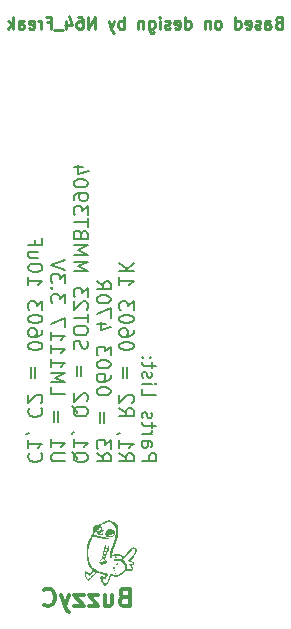
<source format=gbr>
%TF.GenerationSoftware,KiCad,Pcbnew,(6.0.7)*%
%TF.CreationDate,2023-01-08T15:22:18+11:00*%
%TF.ProjectId,Xbox_ATX,58626f78-5f41-4545-982e-6b696361645f,rev?*%
%TF.SameCoordinates,Original*%
%TF.FileFunction,Legend,Bot*%
%TF.FilePolarity,Positive*%
%FSLAX46Y46*%
G04 Gerber Fmt 4.6, Leading zero omitted, Abs format (unit mm)*
G04 Created by KiCad (PCBNEW (6.0.7)) date 2023-01-08 15:22:18*
%MOMM*%
%LPD*%
G01*
G04 APERTURE LIST*
%ADD10C,0.250000*%
%ADD11C,0.200000*%
%ADD12C,0.300000*%
G04 APERTURE END LIST*
D10*
X178838095Y-74128571D02*
X178695238Y-74176190D01*
X178647619Y-74223809D01*
X178600000Y-74319047D01*
X178600000Y-74461904D01*
X178647619Y-74557142D01*
X178695238Y-74604761D01*
X178790476Y-74652380D01*
X179171428Y-74652380D01*
X179171428Y-73652380D01*
X178838095Y-73652380D01*
X178742857Y-73700000D01*
X178695238Y-73747619D01*
X178647619Y-73842857D01*
X178647619Y-73938095D01*
X178695238Y-74033333D01*
X178742857Y-74080952D01*
X178838095Y-74128571D01*
X179171428Y-74128571D01*
X177742857Y-74652380D02*
X177742857Y-74128571D01*
X177790476Y-74033333D01*
X177885714Y-73985714D01*
X178076190Y-73985714D01*
X178171428Y-74033333D01*
X177742857Y-74604761D02*
X177838095Y-74652380D01*
X178076190Y-74652380D01*
X178171428Y-74604761D01*
X178219047Y-74509523D01*
X178219047Y-74414285D01*
X178171428Y-74319047D01*
X178076190Y-74271428D01*
X177838095Y-74271428D01*
X177742857Y-74223809D01*
X177314285Y-74604761D02*
X177219047Y-74652380D01*
X177028571Y-74652380D01*
X176933333Y-74604761D01*
X176885714Y-74509523D01*
X176885714Y-74461904D01*
X176933333Y-74366666D01*
X177028571Y-74319047D01*
X177171428Y-74319047D01*
X177266666Y-74271428D01*
X177314285Y-74176190D01*
X177314285Y-74128571D01*
X177266666Y-74033333D01*
X177171428Y-73985714D01*
X177028571Y-73985714D01*
X176933333Y-74033333D01*
X176076190Y-74604761D02*
X176171428Y-74652380D01*
X176361904Y-74652380D01*
X176457142Y-74604761D01*
X176504761Y-74509523D01*
X176504761Y-74128571D01*
X176457142Y-74033333D01*
X176361904Y-73985714D01*
X176171428Y-73985714D01*
X176076190Y-74033333D01*
X176028571Y-74128571D01*
X176028571Y-74223809D01*
X176504761Y-74319047D01*
X175171428Y-74652380D02*
X175171428Y-73652380D01*
X175171428Y-74604761D02*
X175266666Y-74652380D01*
X175457142Y-74652380D01*
X175552380Y-74604761D01*
X175600000Y-74557142D01*
X175647619Y-74461904D01*
X175647619Y-74176190D01*
X175600000Y-74080952D01*
X175552380Y-74033333D01*
X175457142Y-73985714D01*
X175266666Y-73985714D01*
X175171428Y-74033333D01*
X173790476Y-74652380D02*
X173885714Y-74604761D01*
X173933333Y-74557142D01*
X173980952Y-74461904D01*
X173980952Y-74176190D01*
X173933333Y-74080952D01*
X173885714Y-74033333D01*
X173790476Y-73985714D01*
X173647619Y-73985714D01*
X173552380Y-74033333D01*
X173504761Y-74080952D01*
X173457142Y-74176190D01*
X173457142Y-74461904D01*
X173504761Y-74557142D01*
X173552380Y-74604761D01*
X173647619Y-74652380D01*
X173790476Y-74652380D01*
X173028571Y-73985714D02*
X173028571Y-74652380D01*
X173028571Y-74080952D02*
X172980952Y-74033333D01*
X172885714Y-73985714D01*
X172742857Y-73985714D01*
X172647619Y-74033333D01*
X172600000Y-74128571D01*
X172600000Y-74652380D01*
X170933333Y-74652380D02*
X170933333Y-73652380D01*
X170933333Y-74604761D02*
X171028571Y-74652380D01*
X171219047Y-74652380D01*
X171314285Y-74604761D01*
X171361904Y-74557142D01*
X171409523Y-74461904D01*
X171409523Y-74176190D01*
X171361904Y-74080952D01*
X171314285Y-74033333D01*
X171219047Y-73985714D01*
X171028571Y-73985714D01*
X170933333Y-74033333D01*
X170076190Y-74604761D02*
X170171428Y-74652380D01*
X170361904Y-74652380D01*
X170457142Y-74604761D01*
X170504761Y-74509523D01*
X170504761Y-74128571D01*
X170457142Y-74033333D01*
X170361904Y-73985714D01*
X170171428Y-73985714D01*
X170076190Y-74033333D01*
X170028571Y-74128571D01*
X170028571Y-74223809D01*
X170504761Y-74319047D01*
X169647619Y-74604761D02*
X169552380Y-74652380D01*
X169361904Y-74652380D01*
X169266666Y-74604761D01*
X169219047Y-74509523D01*
X169219047Y-74461904D01*
X169266666Y-74366666D01*
X169361904Y-74319047D01*
X169504761Y-74319047D01*
X169600000Y-74271428D01*
X169647619Y-74176190D01*
X169647619Y-74128571D01*
X169600000Y-74033333D01*
X169504761Y-73985714D01*
X169361904Y-73985714D01*
X169266666Y-74033333D01*
X168790476Y-74652380D02*
X168790476Y-73985714D01*
X168790476Y-73652380D02*
X168838095Y-73700000D01*
X168790476Y-73747619D01*
X168742857Y-73700000D01*
X168790476Y-73652380D01*
X168790476Y-73747619D01*
X167885714Y-73985714D02*
X167885714Y-74795238D01*
X167933333Y-74890476D01*
X167980952Y-74938095D01*
X168076190Y-74985714D01*
X168219047Y-74985714D01*
X168314285Y-74938095D01*
X167885714Y-74604761D02*
X167980952Y-74652380D01*
X168171428Y-74652380D01*
X168266666Y-74604761D01*
X168314285Y-74557142D01*
X168361904Y-74461904D01*
X168361904Y-74176190D01*
X168314285Y-74080952D01*
X168266666Y-74033333D01*
X168171428Y-73985714D01*
X167980952Y-73985714D01*
X167885714Y-74033333D01*
X167409523Y-73985714D02*
X167409523Y-74652380D01*
X167409523Y-74080952D02*
X167361904Y-74033333D01*
X167266666Y-73985714D01*
X167123809Y-73985714D01*
X167028571Y-74033333D01*
X166980952Y-74128571D01*
X166980952Y-74652380D01*
X165742857Y-74652380D02*
X165742857Y-73652380D01*
X165742857Y-74033333D02*
X165647619Y-73985714D01*
X165457142Y-73985714D01*
X165361904Y-74033333D01*
X165314285Y-74080952D01*
X165266666Y-74176190D01*
X165266666Y-74461904D01*
X165314285Y-74557142D01*
X165361904Y-74604761D01*
X165457142Y-74652380D01*
X165647619Y-74652380D01*
X165742857Y-74604761D01*
X164933333Y-73985714D02*
X164695238Y-74652380D01*
X164457142Y-73985714D02*
X164695238Y-74652380D01*
X164790476Y-74890476D01*
X164838095Y-74938095D01*
X164933333Y-74985714D01*
X163314285Y-74652380D02*
X163314285Y-73652380D01*
X162742857Y-74652380D01*
X162742857Y-73652380D01*
X161838095Y-73652380D02*
X162028571Y-73652380D01*
X162123809Y-73700000D01*
X162171428Y-73747619D01*
X162266666Y-73890476D01*
X162314285Y-74080952D01*
X162314285Y-74461904D01*
X162266666Y-74557142D01*
X162219047Y-74604761D01*
X162123809Y-74652380D01*
X161933333Y-74652380D01*
X161838095Y-74604761D01*
X161790476Y-74557142D01*
X161742857Y-74461904D01*
X161742857Y-74223809D01*
X161790476Y-74128571D01*
X161838095Y-74080952D01*
X161933333Y-74033333D01*
X162123809Y-74033333D01*
X162219047Y-74080952D01*
X162266666Y-74128571D01*
X162314285Y-74223809D01*
X160885714Y-73985714D02*
X160885714Y-74652380D01*
X161123809Y-73604761D02*
X161361904Y-74319047D01*
X160742857Y-74319047D01*
X160600000Y-74747619D02*
X159838095Y-74747619D01*
X159266666Y-74128571D02*
X159600000Y-74128571D01*
X159600000Y-74652380D02*
X159600000Y-73652380D01*
X159123809Y-73652380D01*
X158742857Y-74652380D02*
X158742857Y-73985714D01*
X158742857Y-74176190D02*
X158695238Y-74080952D01*
X158647619Y-74033333D01*
X158552380Y-73985714D01*
X158457142Y-73985714D01*
X157742857Y-74604761D02*
X157838095Y-74652380D01*
X158028571Y-74652380D01*
X158123809Y-74604761D01*
X158171428Y-74509523D01*
X158171428Y-74128571D01*
X158123809Y-74033333D01*
X158028571Y-73985714D01*
X157838095Y-73985714D01*
X157742857Y-74033333D01*
X157695238Y-74128571D01*
X157695238Y-74223809D01*
X158171428Y-74319047D01*
X156838095Y-74652380D02*
X156838095Y-74128571D01*
X156885714Y-74033333D01*
X156980952Y-73985714D01*
X157171428Y-73985714D01*
X157266666Y-74033333D01*
X156838095Y-74604761D02*
X156933333Y-74652380D01*
X157171428Y-74652380D01*
X157266666Y-74604761D01*
X157314285Y-74509523D01*
X157314285Y-74414285D01*
X157266666Y-74319047D01*
X157171428Y-74271428D01*
X156933333Y-74271428D01*
X156838095Y-74223809D01*
X156361904Y-74652380D02*
X156361904Y-73652380D01*
X156266666Y-74271428D02*
X155980952Y-74652380D01*
X155980952Y-73985714D02*
X156361904Y-74366666D01*
D11*
X167304342Y-111293485D02*
X168504342Y-111293485D01*
X168504342Y-110836342D01*
X168447200Y-110722057D01*
X168390057Y-110664914D01*
X168275771Y-110607771D01*
X168104342Y-110607771D01*
X167990057Y-110664914D01*
X167932914Y-110722057D01*
X167875771Y-110836342D01*
X167875771Y-111293485D01*
X167304342Y-109579200D02*
X167932914Y-109579200D01*
X168047200Y-109636342D01*
X168104342Y-109750628D01*
X168104342Y-109979200D01*
X168047200Y-110093485D01*
X167361485Y-109579200D02*
X167304342Y-109693485D01*
X167304342Y-109979200D01*
X167361485Y-110093485D01*
X167475771Y-110150628D01*
X167590057Y-110150628D01*
X167704342Y-110093485D01*
X167761485Y-109979200D01*
X167761485Y-109693485D01*
X167818628Y-109579200D01*
X167304342Y-109007771D02*
X168104342Y-109007771D01*
X167875771Y-109007771D02*
X167990057Y-108950628D01*
X168047200Y-108893485D01*
X168104342Y-108779200D01*
X168104342Y-108664914D01*
X168104342Y-108436342D02*
X168104342Y-107979200D01*
X168504342Y-108264914D02*
X167475771Y-108264914D01*
X167361485Y-108207771D01*
X167304342Y-108093485D01*
X167304342Y-107979200D01*
X167361485Y-107636342D02*
X167304342Y-107522057D01*
X167304342Y-107293485D01*
X167361485Y-107179200D01*
X167475771Y-107122057D01*
X167532914Y-107122057D01*
X167647200Y-107179200D01*
X167704342Y-107293485D01*
X167704342Y-107464914D01*
X167761485Y-107579200D01*
X167875771Y-107636342D01*
X167932914Y-107636342D01*
X168047200Y-107579200D01*
X168104342Y-107464914D01*
X168104342Y-107293485D01*
X168047200Y-107179200D01*
X167304342Y-105122057D02*
X167304342Y-105693485D01*
X168504342Y-105693485D01*
X167304342Y-104722057D02*
X168104342Y-104722057D01*
X168504342Y-104722057D02*
X168447200Y-104779200D01*
X168390057Y-104722057D01*
X168447200Y-104664914D01*
X168504342Y-104722057D01*
X168390057Y-104722057D01*
X167361485Y-104207771D02*
X167304342Y-104093485D01*
X167304342Y-103864914D01*
X167361485Y-103750628D01*
X167475771Y-103693485D01*
X167532914Y-103693485D01*
X167647200Y-103750628D01*
X167704342Y-103864914D01*
X167704342Y-104036342D01*
X167761485Y-104150628D01*
X167875771Y-104207771D01*
X167932914Y-104207771D01*
X168047200Y-104150628D01*
X168104342Y-104036342D01*
X168104342Y-103864914D01*
X168047200Y-103750628D01*
X168104342Y-103350628D02*
X168104342Y-102893485D01*
X168504342Y-103179200D02*
X167475771Y-103179200D01*
X167361485Y-103122057D01*
X167304342Y-103007771D01*
X167304342Y-102893485D01*
X167418628Y-102493485D02*
X167361485Y-102436342D01*
X167304342Y-102493485D01*
X167361485Y-102550628D01*
X167418628Y-102493485D01*
X167304342Y-102493485D01*
X168047200Y-102493485D02*
X167990057Y-102436342D01*
X167932914Y-102493485D01*
X167990057Y-102550628D01*
X168047200Y-102493485D01*
X167932914Y-102493485D01*
X165372342Y-110607771D02*
X165943771Y-111007771D01*
X165372342Y-111293485D02*
X166572342Y-111293485D01*
X166572342Y-110836342D01*
X166515200Y-110722057D01*
X166458057Y-110664914D01*
X166343771Y-110607771D01*
X166172342Y-110607771D01*
X166058057Y-110664914D01*
X166000914Y-110722057D01*
X165943771Y-110836342D01*
X165943771Y-111293485D01*
X165372342Y-109464914D02*
X165372342Y-110150628D01*
X165372342Y-109807771D02*
X166572342Y-109807771D01*
X166400914Y-109922057D01*
X166286628Y-110036342D01*
X166229485Y-110150628D01*
X165429485Y-108893485D02*
X165372342Y-108893485D01*
X165258057Y-108950628D01*
X165200914Y-109007771D01*
X165372342Y-106779200D02*
X165943771Y-107179200D01*
X165372342Y-107464914D02*
X166572342Y-107464914D01*
X166572342Y-107007771D01*
X166515200Y-106893485D01*
X166458057Y-106836342D01*
X166343771Y-106779200D01*
X166172342Y-106779200D01*
X166058057Y-106836342D01*
X166000914Y-106893485D01*
X165943771Y-107007771D01*
X165943771Y-107464914D01*
X166458057Y-106322057D02*
X166515200Y-106264914D01*
X166572342Y-106150628D01*
X166572342Y-105864914D01*
X166515200Y-105750628D01*
X166458057Y-105693485D01*
X166343771Y-105636342D01*
X166229485Y-105636342D01*
X166058057Y-105693485D01*
X165372342Y-106379200D01*
X165372342Y-105636342D01*
X166000914Y-104207771D02*
X166000914Y-103293485D01*
X165658057Y-103293485D02*
X165658057Y-104207771D01*
X166572342Y-101579200D02*
X166572342Y-101464914D01*
X166515200Y-101350628D01*
X166458057Y-101293485D01*
X166343771Y-101236342D01*
X166115200Y-101179200D01*
X165829485Y-101179200D01*
X165600914Y-101236342D01*
X165486628Y-101293485D01*
X165429485Y-101350628D01*
X165372342Y-101464914D01*
X165372342Y-101579200D01*
X165429485Y-101693485D01*
X165486628Y-101750628D01*
X165600914Y-101807771D01*
X165829485Y-101864914D01*
X166115200Y-101864914D01*
X166343771Y-101807771D01*
X166458057Y-101750628D01*
X166515200Y-101693485D01*
X166572342Y-101579200D01*
X166572342Y-100150628D02*
X166572342Y-100379200D01*
X166515200Y-100493485D01*
X166458057Y-100550628D01*
X166286628Y-100664914D01*
X166058057Y-100722057D01*
X165600914Y-100722057D01*
X165486628Y-100664914D01*
X165429485Y-100607771D01*
X165372342Y-100493485D01*
X165372342Y-100264914D01*
X165429485Y-100150628D01*
X165486628Y-100093485D01*
X165600914Y-100036342D01*
X165886628Y-100036342D01*
X166000914Y-100093485D01*
X166058057Y-100150628D01*
X166115200Y-100264914D01*
X166115200Y-100493485D01*
X166058057Y-100607771D01*
X166000914Y-100664914D01*
X165886628Y-100722057D01*
X166572342Y-99293485D02*
X166572342Y-99179200D01*
X166515200Y-99064914D01*
X166458057Y-99007771D01*
X166343771Y-98950628D01*
X166115200Y-98893485D01*
X165829485Y-98893485D01*
X165600914Y-98950628D01*
X165486628Y-99007771D01*
X165429485Y-99064914D01*
X165372342Y-99179200D01*
X165372342Y-99293485D01*
X165429485Y-99407771D01*
X165486628Y-99464914D01*
X165600914Y-99522057D01*
X165829485Y-99579200D01*
X166115200Y-99579200D01*
X166343771Y-99522057D01*
X166458057Y-99464914D01*
X166515200Y-99407771D01*
X166572342Y-99293485D01*
X166572342Y-98493485D02*
X166572342Y-97750628D01*
X166115200Y-98150628D01*
X166115200Y-97979200D01*
X166058057Y-97864914D01*
X166000914Y-97807771D01*
X165886628Y-97750628D01*
X165600914Y-97750628D01*
X165486628Y-97807771D01*
X165429485Y-97864914D01*
X165372342Y-97979200D01*
X165372342Y-98322057D01*
X165429485Y-98436342D01*
X165486628Y-98493485D01*
X165372342Y-95693485D02*
X165372342Y-96379200D01*
X165372342Y-96036342D02*
X166572342Y-96036342D01*
X166400914Y-96150628D01*
X166286628Y-96264914D01*
X166229485Y-96379200D01*
X165372342Y-95179200D02*
X166572342Y-95179200D01*
X165372342Y-94493485D02*
X166058057Y-95007771D01*
X166572342Y-94493485D02*
X165886628Y-95179200D01*
X163440342Y-110607771D02*
X164011771Y-111007771D01*
X163440342Y-111293485D02*
X164640342Y-111293485D01*
X164640342Y-110836342D01*
X164583200Y-110722057D01*
X164526057Y-110664914D01*
X164411771Y-110607771D01*
X164240342Y-110607771D01*
X164126057Y-110664914D01*
X164068914Y-110722057D01*
X164011771Y-110836342D01*
X164011771Y-111293485D01*
X164640342Y-110207771D02*
X164640342Y-109464914D01*
X164183200Y-109864914D01*
X164183200Y-109693485D01*
X164126057Y-109579200D01*
X164068914Y-109522057D01*
X163954628Y-109464914D01*
X163668914Y-109464914D01*
X163554628Y-109522057D01*
X163497485Y-109579200D01*
X163440342Y-109693485D01*
X163440342Y-110036342D01*
X163497485Y-110150628D01*
X163554628Y-110207771D01*
X164068914Y-108036342D02*
X164068914Y-107122057D01*
X163726057Y-107122057D02*
X163726057Y-108036342D01*
X164640342Y-105407771D02*
X164640342Y-105293485D01*
X164583200Y-105179200D01*
X164526057Y-105122057D01*
X164411771Y-105064914D01*
X164183200Y-105007771D01*
X163897485Y-105007771D01*
X163668914Y-105064914D01*
X163554628Y-105122057D01*
X163497485Y-105179200D01*
X163440342Y-105293485D01*
X163440342Y-105407771D01*
X163497485Y-105522057D01*
X163554628Y-105579200D01*
X163668914Y-105636342D01*
X163897485Y-105693485D01*
X164183200Y-105693485D01*
X164411771Y-105636342D01*
X164526057Y-105579200D01*
X164583200Y-105522057D01*
X164640342Y-105407771D01*
X164640342Y-103979200D02*
X164640342Y-104207771D01*
X164583200Y-104322057D01*
X164526057Y-104379200D01*
X164354628Y-104493485D01*
X164126057Y-104550628D01*
X163668914Y-104550628D01*
X163554628Y-104493485D01*
X163497485Y-104436342D01*
X163440342Y-104322057D01*
X163440342Y-104093485D01*
X163497485Y-103979200D01*
X163554628Y-103922057D01*
X163668914Y-103864914D01*
X163954628Y-103864914D01*
X164068914Y-103922057D01*
X164126057Y-103979200D01*
X164183200Y-104093485D01*
X164183200Y-104322057D01*
X164126057Y-104436342D01*
X164068914Y-104493485D01*
X163954628Y-104550628D01*
X164640342Y-103122057D02*
X164640342Y-103007771D01*
X164583200Y-102893485D01*
X164526057Y-102836342D01*
X164411771Y-102779200D01*
X164183200Y-102722057D01*
X163897485Y-102722057D01*
X163668914Y-102779200D01*
X163554628Y-102836342D01*
X163497485Y-102893485D01*
X163440342Y-103007771D01*
X163440342Y-103122057D01*
X163497485Y-103236342D01*
X163554628Y-103293485D01*
X163668914Y-103350628D01*
X163897485Y-103407771D01*
X164183200Y-103407771D01*
X164411771Y-103350628D01*
X164526057Y-103293485D01*
X164583200Y-103236342D01*
X164640342Y-103122057D01*
X164640342Y-102322057D02*
X164640342Y-101579200D01*
X164183200Y-101979200D01*
X164183200Y-101807771D01*
X164126057Y-101693485D01*
X164068914Y-101636342D01*
X163954628Y-101579200D01*
X163668914Y-101579200D01*
X163554628Y-101636342D01*
X163497485Y-101693485D01*
X163440342Y-101807771D01*
X163440342Y-102150628D01*
X163497485Y-102264914D01*
X163554628Y-102322057D01*
X164240342Y-99636342D02*
X163440342Y-99636342D01*
X164697485Y-99922057D02*
X163840342Y-100207771D01*
X163840342Y-99464914D01*
X164640342Y-99122057D02*
X164640342Y-98322057D01*
X163440342Y-98836342D01*
X164640342Y-97636342D02*
X164640342Y-97522057D01*
X164583200Y-97407771D01*
X164526057Y-97350628D01*
X164411771Y-97293485D01*
X164183200Y-97236342D01*
X163897485Y-97236342D01*
X163668914Y-97293485D01*
X163554628Y-97350628D01*
X163497485Y-97407771D01*
X163440342Y-97522057D01*
X163440342Y-97636342D01*
X163497485Y-97750628D01*
X163554628Y-97807771D01*
X163668914Y-97864914D01*
X163897485Y-97922057D01*
X164183200Y-97922057D01*
X164411771Y-97864914D01*
X164526057Y-97807771D01*
X164583200Y-97750628D01*
X164640342Y-97636342D01*
X163440342Y-96036342D02*
X164011771Y-96436342D01*
X163440342Y-96722057D02*
X164640342Y-96722057D01*
X164640342Y-96264914D01*
X164583200Y-96150628D01*
X164526057Y-96093485D01*
X164411771Y-96036342D01*
X164240342Y-96036342D01*
X164126057Y-96093485D01*
X164068914Y-96150628D01*
X164011771Y-96264914D01*
X164011771Y-96722057D01*
X161394057Y-110493485D02*
X161451200Y-110607771D01*
X161565485Y-110722057D01*
X161736914Y-110893485D01*
X161794057Y-111007771D01*
X161794057Y-111122057D01*
X161508342Y-111064914D02*
X161565485Y-111179200D01*
X161679771Y-111293485D01*
X161908342Y-111350628D01*
X162308342Y-111350628D01*
X162536914Y-111293485D01*
X162651200Y-111179200D01*
X162708342Y-111064914D01*
X162708342Y-110836342D01*
X162651200Y-110722057D01*
X162536914Y-110607771D01*
X162308342Y-110550628D01*
X161908342Y-110550628D01*
X161679771Y-110607771D01*
X161565485Y-110722057D01*
X161508342Y-110836342D01*
X161508342Y-111064914D01*
X161508342Y-109407771D02*
X161508342Y-110093485D01*
X161508342Y-109750628D02*
X162708342Y-109750628D01*
X162536914Y-109864914D01*
X162422628Y-109979200D01*
X162365485Y-110093485D01*
X161565485Y-108836342D02*
X161508342Y-108836342D01*
X161394057Y-108893485D01*
X161336914Y-108950628D01*
X161394057Y-106607771D02*
X161451200Y-106722057D01*
X161565485Y-106836342D01*
X161736914Y-107007771D01*
X161794057Y-107122057D01*
X161794057Y-107236342D01*
X161508342Y-107179200D02*
X161565485Y-107293485D01*
X161679771Y-107407771D01*
X161908342Y-107464914D01*
X162308342Y-107464914D01*
X162536914Y-107407771D01*
X162651200Y-107293485D01*
X162708342Y-107179200D01*
X162708342Y-106950628D01*
X162651200Y-106836342D01*
X162536914Y-106722057D01*
X162308342Y-106664914D01*
X161908342Y-106664914D01*
X161679771Y-106722057D01*
X161565485Y-106836342D01*
X161508342Y-106950628D01*
X161508342Y-107179200D01*
X162594057Y-106207771D02*
X162651200Y-106150628D01*
X162708342Y-106036342D01*
X162708342Y-105750628D01*
X162651200Y-105636342D01*
X162594057Y-105579200D01*
X162479771Y-105522057D01*
X162365485Y-105522057D01*
X162194057Y-105579200D01*
X161508342Y-106264914D01*
X161508342Y-105522057D01*
X162136914Y-104093485D02*
X162136914Y-103179200D01*
X161794057Y-103179200D02*
X161794057Y-104093485D01*
X161565485Y-101750628D02*
X161508342Y-101579200D01*
X161508342Y-101293485D01*
X161565485Y-101179200D01*
X161622628Y-101122057D01*
X161736914Y-101064914D01*
X161851200Y-101064914D01*
X161965485Y-101122057D01*
X162022628Y-101179200D01*
X162079771Y-101293485D01*
X162136914Y-101522057D01*
X162194057Y-101636342D01*
X162251200Y-101693485D01*
X162365485Y-101750628D01*
X162479771Y-101750628D01*
X162594057Y-101693485D01*
X162651200Y-101636342D01*
X162708342Y-101522057D01*
X162708342Y-101236342D01*
X162651200Y-101064914D01*
X162708342Y-100322057D02*
X162708342Y-100093485D01*
X162651200Y-99979200D01*
X162536914Y-99864914D01*
X162308342Y-99807771D01*
X161908342Y-99807771D01*
X161679771Y-99864914D01*
X161565485Y-99979200D01*
X161508342Y-100093485D01*
X161508342Y-100322057D01*
X161565485Y-100436342D01*
X161679771Y-100550628D01*
X161908342Y-100607771D01*
X162308342Y-100607771D01*
X162536914Y-100550628D01*
X162651200Y-100436342D01*
X162708342Y-100322057D01*
X162708342Y-99464914D02*
X162708342Y-98779200D01*
X161508342Y-99122057D02*
X162708342Y-99122057D01*
X162594057Y-98436342D02*
X162651200Y-98379200D01*
X162708342Y-98264914D01*
X162708342Y-97979200D01*
X162651200Y-97864914D01*
X162594057Y-97807771D01*
X162479771Y-97750628D01*
X162365485Y-97750628D01*
X162194057Y-97807771D01*
X161508342Y-98493485D01*
X161508342Y-97750628D01*
X162708342Y-97350628D02*
X162708342Y-96607771D01*
X162251200Y-97007771D01*
X162251200Y-96836342D01*
X162194057Y-96722057D01*
X162136914Y-96664914D01*
X162022628Y-96607771D01*
X161736914Y-96607771D01*
X161622628Y-96664914D01*
X161565485Y-96722057D01*
X161508342Y-96836342D01*
X161508342Y-97179200D01*
X161565485Y-97293485D01*
X161622628Y-97350628D01*
X161508342Y-95179200D02*
X162708342Y-95179200D01*
X161851200Y-94779200D01*
X162708342Y-94379200D01*
X161508342Y-94379200D01*
X161508342Y-93807771D02*
X162708342Y-93807771D01*
X161851200Y-93407771D01*
X162708342Y-93007771D01*
X161508342Y-93007771D01*
X162136914Y-92036342D02*
X162079771Y-91864914D01*
X162022628Y-91807771D01*
X161908342Y-91750628D01*
X161736914Y-91750628D01*
X161622628Y-91807771D01*
X161565485Y-91864914D01*
X161508342Y-91979200D01*
X161508342Y-92436342D01*
X162708342Y-92436342D01*
X162708342Y-92036342D01*
X162651200Y-91922057D01*
X162594057Y-91864914D01*
X162479771Y-91807771D01*
X162365485Y-91807771D01*
X162251200Y-91864914D01*
X162194057Y-91922057D01*
X162136914Y-92036342D01*
X162136914Y-92436342D01*
X162708342Y-91407771D02*
X162708342Y-90722057D01*
X161508342Y-91064914D02*
X162708342Y-91064914D01*
X162708342Y-90436342D02*
X162708342Y-89693485D01*
X162251200Y-90093485D01*
X162251200Y-89922057D01*
X162194057Y-89807771D01*
X162136914Y-89750628D01*
X162022628Y-89693485D01*
X161736914Y-89693485D01*
X161622628Y-89750628D01*
X161565485Y-89807771D01*
X161508342Y-89922057D01*
X161508342Y-90264914D01*
X161565485Y-90379200D01*
X161622628Y-90436342D01*
X161508342Y-89122057D02*
X161508342Y-88893485D01*
X161565485Y-88779200D01*
X161622628Y-88722057D01*
X161794057Y-88607771D01*
X162022628Y-88550628D01*
X162479771Y-88550628D01*
X162594057Y-88607771D01*
X162651200Y-88664914D01*
X162708342Y-88779200D01*
X162708342Y-89007771D01*
X162651200Y-89122057D01*
X162594057Y-89179200D01*
X162479771Y-89236342D01*
X162194057Y-89236342D01*
X162079771Y-89179200D01*
X162022628Y-89122057D01*
X161965485Y-89007771D01*
X161965485Y-88779200D01*
X162022628Y-88664914D01*
X162079771Y-88607771D01*
X162194057Y-88550628D01*
X162708342Y-87807771D02*
X162708342Y-87693485D01*
X162651200Y-87579200D01*
X162594057Y-87522057D01*
X162479771Y-87464914D01*
X162251200Y-87407771D01*
X161965485Y-87407771D01*
X161736914Y-87464914D01*
X161622628Y-87522057D01*
X161565485Y-87579200D01*
X161508342Y-87693485D01*
X161508342Y-87807771D01*
X161565485Y-87922057D01*
X161622628Y-87979200D01*
X161736914Y-88036342D01*
X161965485Y-88093485D01*
X162251200Y-88093485D01*
X162479771Y-88036342D01*
X162594057Y-87979200D01*
X162651200Y-87922057D01*
X162708342Y-87807771D01*
X162308342Y-86379200D02*
X161508342Y-86379200D01*
X162765485Y-86664914D02*
X161908342Y-86950628D01*
X161908342Y-86207771D01*
X160776342Y-111293485D02*
X159804914Y-111293485D01*
X159690628Y-111236342D01*
X159633485Y-111179200D01*
X159576342Y-111064914D01*
X159576342Y-110836342D01*
X159633485Y-110722057D01*
X159690628Y-110664914D01*
X159804914Y-110607771D01*
X160776342Y-110607771D01*
X159576342Y-109407771D02*
X159576342Y-110093485D01*
X159576342Y-109750628D02*
X160776342Y-109750628D01*
X160604914Y-109864914D01*
X160490628Y-109979200D01*
X160433485Y-110093485D01*
X160204914Y-107979200D02*
X160204914Y-107064914D01*
X159862057Y-107064914D02*
X159862057Y-107979200D01*
X159576342Y-105007771D02*
X159576342Y-105579200D01*
X160776342Y-105579200D01*
X159576342Y-104607771D02*
X160776342Y-104607771D01*
X159919200Y-104207771D01*
X160776342Y-103807771D01*
X159576342Y-103807771D01*
X159576342Y-102607771D02*
X159576342Y-103293485D01*
X159576342Y-102950628D02*
X160776342Y-102950628D01*
X160604914Y-103064914D01*
X160490628Y-103179200D01*
X160433485Y-103293485D01*
X159576342Y-101464914D02*
X159576342Y-102150628D01*
X159576342Y-101807771D02*
X160776342Y-101807771D01*
X160604914Y-101922057D01*
X160490628Y-102036342D01*
X160433485Y-102150628D01*
X159576342Y-100322057D02*
X159576342Y-101007771D01*
X159576342Y-100664914D02*
X160776342Y-100664914D01*
X160604914Y-100779200D01*
X160490628Y-100893485D01*
X160433485Y-101007771D01*
X160776342Y-99922057D02*
X160776342Y-99122057D01*
X159576342Y-99636342D01*
X160776342Y-97864914D02*
X160776342Y-97122057D01*
X160319200Y-97522057D01*
X160319200Y-97350628D01*
X160262057Y-97236342D01*
X160204914Y-97179200D01*
X160090628Y-97122057D01*
X159804914Y-97122057D01*
X159690628Y-97179200D01*
X159633485Y-97236342D01*
X159576342Y-97350628D01*
X159576342Y-97693485D01*
X159633485Y-97807771D01*
X159690628Y-97864914D01*
X159690628Y-96607771D02*
X159633485Y-96550628D01*
X159576342Y-96607771D01*
X159633485Y-96664914D01*
X159690628Y-96607771D01*
X159576342Y-96607771D01*
X160776342Y-96150628D02*
X160776342Y-95407771D01*
X160319200Y-95807771D01*
X160319200Y-95636342D01*
X160262057Y-95522057D01*
X160204914Y-95464914D01*
X160090628Y-95407771D01*
X159804914Y-95407771D01*
X159690628Y-95464914D01*
X159633485Y-95522057D01*
X159576342Y-95636342D01*
X159576342Y-95979200D01*
X159633485Y-96093485D01*
X159690628Y-96150628D01*
X160776342Y-95064914D02*
X159576342Y-94664914D01*
X160776342Y-94264914D01*
X157758628Y-110607771D02*
X157701485Y-110664914D01*
X157644342Y-110836342D01*
X157644342Y-110950628D01*
X157701485Y-111122057D01*
X157815771Y-111236342D01*
X157930057Y-111293485D01*
X158158628Y-111350628D01*
X158330057Y-111350628D01*
X158558628Y-111293485D01*
X158672914Y-111236342D01*
X158787200Y-111122057D01*
X158844342Y-110950628D01*
X158844342Y-110836342D01*
X158787200Y-110664914D01*
X158730057Y-110607771D01*
X157644342Y-109464914D02*
X157644342Y-110150628D01*
X157644342Y-109807771D02*
X158844342Y-109807771D01*
X158672914Y-109922057D01*
X158558628Y-110036342D01*
X158501485Y-110150628D01*
X157701485Y-108893485D02*
X157644342Y-108893485D01*
X157530057Y-108950628D01*
X157472914Y-109007771D01*
X157758628Y-106779200D02*
X157701485Y-106836342D01*
X157644342Y-107007771D01*
X157644342Y-107122057D01*
X157701485Y-107293485D01*
X157815771Y-107407771D01*
X157930057Y-107464914D01*
X158158628Y-107522057D01*
X158330057Y-107522057D01*
X158558628Y-107464914D01*
X158672914Y-107407771D01*
X158787200Y-107293485D01*
X158844342Y-107122057D01*
X158844342Y-107007771D01*
X158787200Y-106836342D01*
X158730057Y-106779200D01*
X158730057Y-106322057D02*
X158787200Y-106264914D01*
X158844342Y-106150628D01*
X158844342Y-105864914D01*
X158787200Y-105750628D01*
X158730057Y-105693485D01*
X158615771Y-105636342D01*
X158501485Y-105636342D01*
X158330057Y-105693485D01*
X157644342Y-106379200D01*
X157644342Y-105636342D01*
X158272914Y-104207771D02*
X158272914Y-103293485D01*
X157930057Y-103293485D02*
X157930057Y-104207771D01*
X158844342Y-101579200D02*
X158844342Y-101464914D01*
X158787200Y-101350628D01*
X158730057Y-101293485D01*
X158615771Y-101236342D01*
X158387200Y-101179200D01*
X158101485Y-101179200D01*
X157872914Y-101236342D01*
X157758628Y-101293485D01*
X157701485Y-101350628D01*
X157644342Y-101464914D01*
X157644342Y-101579200D01*
X157701485Y-101693485D01*
X157758628Y-101750628D01*
X157872914Y-101807771D01*
X158101485Y-101864914D01*
X158387200Y-101864914D01*
X158615771Y-101807771D01*
X158730057Y-101750628D01*
X158787200Y-101693485D01*
X158844342Y-101579200D01*
X158844342Y-100150628D02*
X158844342Y-100379200D01*
X158787200Y-100493485D01*
X158730057Y-100550628D01*
X158558628Y-100664914D01*
X158330057Y-100722057D01*
X157872914Y-100722057D01*
X157758628Y-100664914D01*
X157701485Y-100607771D01*
X157644342Y-100493485D01*
X157644342Y-100264914D01*
X157701485Y-100150628D01*
X157758628Y-100093485D01*
X157872914Y-100036342D01*
X158158628Y-100036342D01*
X158272914Y-100093485D01*
X158330057Y-100150628D01*
X158387200Y-100264914D01*
X158387200Y-100493485D01*
X158330057Y-100607771D01*
X158272914Y-100664914D01*
X158158628Y-100722057D01*
X158844342Y-99293485D02*
X158844342Y-99179200D01*
X158787200Y-99064914D01*
X158730057Y-99007771D01*
X158615771Y-98950628D01*
X158387200Y-98893485D01*
X158101485Y-98893485D01*
X157872914Y-98950628D01*
X157758628Y-99007771D01*
X157701485Y-99064914D01*
X157644342Y-99179200D01*
X157644342Y-99293485D01*
X157701485Y-99407771D01*
X157758628Y-99464914D01*
X157872914Y-99522057D01*
X158101485Y-99579200D01*
X158387200Y-99579200D01*
X158615771Y-99522057D01*
X158730057Y-99464914D01*
X158787200Y-99407771D01*
X158844342Y-99293485D01*
X158844342Y-98493485D02*
X158844342Y-97750628D01*
X158387200Y-98150628D01*
X158387200Y-97979200D01*
X158330057Y-97864914D01*
X158272914Y-97807771D01*
X158158628Y-97750628D01*
X157872914Y-97750628D01*
X157758628Y-97807771D01*
X157701485Y-97864914D01*
X157644342Y-97979200D01*
X157644342Y-98322057D01*
X157701485Y-98436342D01*
X157758628Y-98493485D01*
X157644342Y-95693485D02*
X157644342Y-96379200D01*
X157644342Y-96036342D02*
X158844342Y-96036342D01*
X158672914Y-96150628D01*
X158558628Y-96264914D01*
X158501485Y-96379200D01*
X158844342Y-94950628D02*
X158844342Y-94836342D01*
X158787200Y-94722057D01*
X158730057Y-94664914D01*
X158615771Y-94607771D01*
X158387200Y-94550628D01*
X158101485Y-94550628D01*
X157872914Y-94607771D01*
X157758628Y-94664914D01*
X157701485Y-94722057D01*
X157644342Y-94836342D01*
X157644342Y-94950628D01*
X157701485Y-95064914D01*
X157758628Y-95122057D01*
X157872914Y-95179200D01*
X158101485Y-95236342D01*
X158387200Y-95236342D01*
X158615771Y-95179200D01*
X158730057Y-95122057D01*
X158787200Y-95064914D01*
X158844342Y-94950628D01*
X158444342Y-93522057D02*
X157644342Y-93522057D01*
X158444342Y-94036342D02*
X157815771Y-94036342D01*
X157701485Y-93979200D01*
X157644342Y-93864914D01*
X157644342Y-93693485D01*
X157701485Y-93579200D01*
X157758628Y-93522057D01*
X158272914Y-92550628D02*
X158272914Y-92950628D01*
X157644342Y-92950628D02*
X158844342Y-92950628D01*
X158844342Y-92379200D01*
D12*
X165768742Y-122778057D02*
X165554457Y-122849485D01*
X165483028Y-122920914D01*
X165411600Y-123063771D01*
X165411600Y-123278057D01*
X165483028Y-123420914D01*
X165554457Y-123492342D01*
X165697314Y-123563771D01*
X166268742Y-123563771D01*
X166268742Y-122063771D01*
X165768742Y-122063771D01*
X165625885Y-122135200D01*
X165554457Y-122206628D01*
X165483028Y-122349485D01*
X165483028Y-122492342D01*
X165554457Y-122635200D01*
X165625885Y-122706628D01*
X165768742Y-122778057D01*
X166268742Y-122778057D01*
X164125885Y-122563771D02*
X164125885Y-123563771D01*
X164768742Y-122563771D02*
X164768742Y-123349485D01*
X164697314Y-123492342D01*
X164554457Y-123563771D01*
X164340171Y-123563771D01*
X164197314Y-123492342D01*
X164125885Y-123420914D01*
X163554457Y-122563771D02*
X162768742Y-122563771D01*
X163554457Y-123563771D01*
X162768742Y-123563771D01*
X162340171Y-122563771D02*
X161554457Y-122563771D01*
X162340171Y-123563771D01*
X161554457Y-123563771D01*
X161125885Y-122563771D02*
X160768742Y-123563771D01*
X160411600Y-122563771D02*
X160768742Y-123563771D01*
X160911600Y-123920914D01*
X160983028Y-123992342D01*
X161125885Y-124063771D01*
X158983028Y-123420914D02*
X159054457Y-123492342D01*
X159268742Y-123563771D01*
X159411600Y-123563771D01*
X159625885Y-123492342D01*
X159768742Y-123349485D01*
X159840171Y-123206628D01*
X159911600Y-122920914D01*
X159911600Y-122706628D01*
X159840171Y-122420914D01*
X159768742Y-122278057D01*
X159625885Y-122135200D01*
X159411600Y-122063771D01*
X159268742Y-122063771D01*
X159054457Y-122135200D01*
X158983028Y-122206628D01*
%TO.C,G\u002A\u002A\u002A*%
G36*
X164163727Y-117471840D02*
G01*
X164167774Y-117428597D01*
X164172763Y-117404118D01*
X164206853Y-117289748D01*
X164255259Y-117188978D01*
X164314218Y-117107867D01*
X164379965Y-117052474D01*
X164396748Y-117043484D01*
X164473641Y-117022063D01*
X164568070Y-117018281D01*
X164670419Y-117030438D01*
X164771074Y-117056838D01*
X164860418Y-117095781D01*
X164918133Y-117135564D01*
X164984849Y-117210070D01*
X165019337Y-117289062D01*
X165021717Y-117374032D01*
X164992107Y-117466470D01*
X164950432Y-117539417D01*
X164875048Y-117631616D01*
X164791929Y-117691824D01*
X164699697Y-117720774D01*
X164608666Y-117720822D01*
X164462712Y-117695646D01*
X164347287Y-117660072D01*
X164261080Y-117613553D01*
X164202775Y-117555545D01*
X164199625Y-117550919D01*
X164196789Y-117546184D01*
X164449944Y-117546184D01*
X164475635Y-117560861D01*
X164525863Y-117578363D01*
X164567353Y-117589654D01*
X164679462Y-117608780D01*
X164768407Y-117604262D01*
X164834036Y-117576120D01*
X164855762Y-117555936D01*
X164879691Y-117522213D01*
X164889742Y-117486157D01*
X164889274Y-117433876D01*
X164888304Y-117421330D01*
X164877960Y-117365145D01*
X164857668Y-117300611D01*
X164831335Y-117236605D01*
X164802869Y-117182007D01*
X164776179Y-117145694D01*
X164762931Y-117136470D01*
X164752541Y-117140717D01*
X164748319Y-117165706D01*
X164749831Y-117216313D01*
X164752617Y-117252907D01*
X164757295Y-117316882D01*
X164756424Y-117358211D01*
X164747629Y-117387431D01*
X164728536Y-117415076D01*
X164711653Y-117434718D01*
X164642842Y-117489694D01*
X164556101Y-117523584D01*
X164482566Y-117532333D01*
X164451387Y-117536089D01*
X164449944Y-117546184D01*
X164196789Y-117546184D01*
X164173314Y-117506988D01*
X164163727Y-117471840D01*
G37*
G36*
X164972404Y-120465598D02*
G01*
X164998712Y-120484036D01*
X165027429Y-120511527D01*
X165030356Y-120532389D01*
X165023919Y-120542369D01*
X164994568Y-120558778D01*
X164952305Y-120565650D01*
X164914544Y-120561227D01*
X164903111Y-120554555D01*
X164894969Y-120531243D01*
X164892000Y-120496222D01*
X164901815Y-120459337D01*
X164929499Y-120449028D01*
X164972404Y-120465598D01*
G37*
G36*
X162437733Y-120593378D02*
G01*
X162453501Y-120550609D01*
X162468466Y-120537797D01*
X162511612Y-120538269D01*
X162570933Y-120566803D01*
X162646748Y-120623597D01*
X162724218Y-120694061D01*
X162777828Y-120743644D01*
X162823815Y-120782115D01*
X162856426Y-120804897D01*
X162868638Y-120808935D01*
X162887372Y-120791922D01*
X162918982Y-120753506D01*
X162958566Y-120700483D01*
X163001219Y-120639646D01*
X163042041Y-120577789D01*
X163076127Y-120521706D01*
X163076962Y-120520241D01*
X163117000Y-120449816D01*
X163075333Y-120421814D01*
X163024017Y-120380695D01*
X162962432Y-120321762D01*
X162899441Y-120254497D01*
X162843904Y-120188385D01*
X162804684Y-120132907D01*
X162803527Y-120130953D01*
X162783231Y-120087008D01*
X162758355Y-120019051D01*
X162731740Y-119935569D01*
X162706224Y-119845048D01*
X162700632Y-119823426D01*
X162668062Y-119677566D01*
X162643431Y-119525489D01*
X162626364Y-119362093D01*
X162616487Y-119182279D01*
X162615040Y-119087082D01*
X162746944Y-119087082D01*
X162758659Y-119299410D01*
X162784493Y-119503832D01*
X162823461Y-119693194D01*
X162874580Y-119860343D01*
X162892125Y-119905056D01*
X162968074Y-120057825D01*
X163062488Y-120192307D01*
X163178912Y-120312073D01*
X163320895Y-120420692D01*
X163491983Y-120521735D01*
X163518423Y-120535460D01*
X163621884Y-120585425D01*
X163721528Y-120626422D01*
X163826908Y-120661694D01*
X163947578Y-120694486D01*
X164072168Y-120723462D01*
X164197139Y-120753356D01*
X164291076Y-120781435D01*
X164356164Y-120808632D01*
X164394588Y-120835884D01*
X164408533Y-120864123D01*
X164408666Y-120867322D01*
X164398938Y-120904831D01*
X164375045Y-120949031D01*
X164370246Y-120955760D01*
X164339460Y-121000761D01*
X164303471Y-121058451D01*
X164284658Y-121090666D01*
X164235264Y-121170610D01*
X164191491Y-121221279D01*
X164148085Y-121244908D01*
X164099790Y-121243733D01*
X164041351Y-121219986D01*
X164015048Y-121205308D01*
X163971716Y-121182009D01*
X163941291Y-121169549D01*
X163932949Y-121169161D01*
X163933533Y-121188803D01*
X163944756Y-121231311D01*
X163963850Y-121289034D01*
X163988048Y-121354318D01*
X164014580Y-121419512D01*
X164040679Y-121476965D01*
X164052899Y-121500759D01*
X164089629Y-121558563D01*
X164130081Y-121607303D01*
X164167478Y-121639710D01*
X164191129Y-121649000D01*
X164208888Y-121638041D01*
X164238569Y-121610920D01*
X164246123Y-121603166D01*
X164281984Y-121554877D01*
X164324758Y-121479737D01*
X164372026Y-121382895D01*
X164421371Y-121269501D01*
X164470375Y-121144705D01*
X164500190Y-121061961D01*
X164529410Y-120978015D01*
X164553616Y-120917935D01*
X164578718Y-120878578D01*
X164610629Y-120856801D01*
X164655261Y-120849461D01*
X164718526Y-120853415D01*
X164806335Y-120865521D01*
X164855893Y-120872858D01*
X164981539Y-120889487D01*
X165081216Y-120897881D01*
X165161334Y-120897730D01*
X165228299Y-120888724D01*
X165288521Y-120870554D01*
X165335171Y-120849703D01*
X165386250Y-120820129D01*
X165454365Y-120775097D01*
X165530963Y-120720512D01*
X165607493Y-120662282D01*
X165614262Y-120656925D01*
X165705233Y-120581927D01*
X165771460Y-120519031D01*
X165816295Y-120462400D01*
X165843087Y-120406198D01*
X165855189Y-120344588D01*
X165855951Y-120271735D01*
X165853938Y-120239533D01*
X165828968Y-120103717D01*
X165777273Y-119981470D01*
X165701642Y-119877029D01*
X165604863Y-119794629D01*
X165536132Y-119756771D01*
X165449483Y-119726910D01*
X165341933Y-119703818D01*
X165225535Y-119689236D01*
X165112342Y-119684902D01*
X165056256Y-119687481D01*
X164965138Y-119689505D01*
X164894746Y-119679415D01*
X164849341Y-119658132D01*
X164835623Y-119639756D01*
X164835689Y-119620841D01*
X164854071Y-119603456D01*
X164894688Y-119585757D01*
X164918750Y-119578602D01*
X165642260Y-119578602D01*
X165656935Y-119601340D01*
X165692136Y-119624070D01*
X165755309Y-119667421D01*
X165824587Y-119732115D01*
X165892020Y-119809274D01*
X165949653Y-119890016D01*
X165981464Y-119947160D01*
X166006016Y-120001993D01*
X166021408Y-120047986D01*
X166029743Y-120096261D01*
X166033121Y-120157940D01*
X166033666Y-120223456D01*
X166033666Y-120389578D01*
X166100333Y-120410552D01*
X166168923Y-120424331D01*
X166244159Y-120427377D01*
X166315105Y-120420419D01*
X166370822Y-120404180D01*
X166391375Y-120391231D01*
X166419929Y-120348230D01*
X166421258Y-120294371D01*
X166394853Y-120228353D01*
X166340204Y-120148874D01*
X166261257Y-120059292D01*
X166221965Y-120016942D01*
X166204421Y-119993863D01*
X166206555Y-119986008D01*
X166225333Y-119989070D01*
X166266319Y-119997497D01*
X166323647Y-120006375D01*
X166354749Y-120010301D01*
X166429741Y-120009634D01*
X166480624Y-119988283D01*
X166505971Y-119947064D01*
X166508666Y-119922626D01*
X166493969Y-119882287D01*
X166457011Y-119845556D01*
X166408492Y-119821016D01*
X166375324Y-119815666D01*
X166338322Y-119808687D01*
X166287107Y-119790437D01*
X166229679Y-119764947D01*
X166174036Y-119736249D01*
X166128177Y-119708374D01*
X166100101Y-119685355D01*
X166095254Y-119674507D01*
X166107936Y-119656586D01*
X166140428Y-119618779D01*
X166189184Y-119564983D01*
X166250655Y-119499094D01*
X166321296Y-119425009D01*
X166340342Y-119405283D01*
X166446029Y-119294406D01*
X166529762Y-119202290D01*
X166594281Y-119125302D01*
X166642325Y-119059813D01*
X166676634Y-119002190D01*
X166699948Y-118948804D01*
X166710496Y-118914682D01*
X166720231Y-118832358D01*
X166705982Y-118761138D01*
X166670728Y-118706308D01*
X166617448Y-118673151D01*
X166570117Y-118665666D01*
X166536148Y-118669065D01*
X166509242Y-118683653D01*
X166480725Y-118716016D01*
X166454898Y-118753166D01*
X166387649Y-118844014D01*
X166297546Y-118950619D01*
X166188460Y-119068815D01*
X166064264Y-119194439D01*
X165928830Y-119323326D01*
X165900877Y-119349000D01*
X165827826Y-119415257D01*
X165762784Y-119473425D01*
X165709902Y-119519857D01*
X165673332Y-119550906D01*
X165657343Y-119562888D01*
X165642260Y-119578602D01*
X164918750Y-119578602D01*
X164961454Y-119565904D01*
X165028372Y-119549133D01*
X165187599Y-119521399D01*
X165335194Y-119518656D01*
X165443356Y-119532590D01*
X165495591Y-119541352D01*
X165528475Y-119540027D01*
X165555366Y-119524959D01*
X165589554Y-119492557D01*
X165646511Y-119435599D01*
X165577445Y-119391999D01*
X165433854Y-119320712D01*
X165277333Y-119278581D01*
X165112302Y-119266299D01*
X164943180Y-119284559D01*
X164921629Y-119289100D01*
X164840936Y-119309265D01*
X164787617Y-119329190D01*
X164755913Y-119352293D01*
X164740063Y-119381992D01*
X164736483Y-119399000D01*
X164727930Y-119426363D01*
X164706293Y-119438222D01*
X164665339Y-119440666D01*
X164600333Y-119440666D01*
X164591443Y-119024000D01*
X164708872Y-118682333D01*
X164802073Y-118403170D01*
X164890025Y-118124025D01*
X164969770Y-117854605D01*
X165038349Y-117604620D01*
X165044150Y-117582333D01*
X165069055Y-117480582D01*
X165085215Y-117397302D01*
X165094436Y-117319345D01*
X165098521Y-117233561D01*
X165099218Y-117180942D01*
X165100333Y-116987884D01*
X165018654Y-116823176D01*
X164939817Y-116683827D01*
X164855865Y-116575967D01*
X164764520Y-116498823D01*
X164663506Y-116451622D01*
X164550543Y-116433589D01*
X164423355Y-116443951D01*
X164279664Y-116481934D01*
X164155418Y-116529913D01*
X164073364Y-116565768D01*
X163995409Y-116600927D01*
X163930537Y-116631274D01*
X163888751Y-116652140D01*
X163846003Y-116675074D01*
X163817363Y-116690405D01*
X163811217Y-116693671D01*
X163815138Y-116708847D01*
X163830860Y-116746039D01*
X163855100Y-116797542D01*
X163857967Y-116803386D01*
X163892468Y-116887903D01*
X163915450Y-116973137D01*
X163920336Y-117005402D01*
X163927425Y-117059163D01*
X163936172Y-117085785D01*
X163949280Y-117091444D01*
X163956919Y-117088976D01*
X164006964Y-117076554D01*
X164050350Y-117081496D01*
X164080168Y-117099907D01*
X164089513Y-117127889D01*
X164076211Y-117156275D01*
X164051780Y-117175317D01*
X164005365Y-117203459D01*
X163945244Y-117235830D01*
X163917337Y-117249789D01*
X163824858Y-117298358D01*
X163760388Y-117339612D01*
X163724515Y-117372652D01*
X163717831Y-117396578D01*
X163740925Y-117410488D01*
X163794389Y-117413484D01*
X163810568Y-117412568D01*
X163857196Y-117406513D01*
X163878806Y-117394323D01*
X163883696Y-117374222D01*
X163894716Y-117344283D01*
X163922809Y-117337200D01*
X163960639Y-117353130D01*
X163983277Y-117372095D01*
X164019345Y-117419443D01*
X164023463Y-117457365D01*
X163995658Y-117485842D01*
X163935960Y-117504852D01*
X163844396Y-117514376D01*
X163785346Y-117515573D01*
X163669246Y-117510674D01*
X163584114Y-117495816D01*
X163528949Y-117470489D01*
X163502751Y-117434180D01*
X163504520Y-117386379D01*
X163508664Y-117374006D01*
X163520772Y-117340592D01*
X163525333Y-117325180D01*
X163510578Y-117320073D01*
X163473444Y-117313095D01*
X163454500Y-117310254D01*
X163395214Y-117301106D01*
X163339852Y-117291299D01*
X163331424Y-117289623D01*
X163303759Y-117285303D01*
X163285368Y-117290465D01*
X163270716Y-117311340D01*
X163254267Y-117354157D01*
X163242210Y-117390032D01*
X163224751Y-117445375D01*
X163213570Y-117486541D01*
X163210918Y-117505182D01*
X163211120Y-117505435D01*
X163228698Y-117510159D01*
X163272851Y-117520136D01*
X163337477Y-117534037D01*
X163416476Y-117550532D01*
X163442000Y-117555774D01*
X163544820Y-117577723D01*
X163664665Y-117604806D01*
X163795581Y-117635536D01*
X163931617Y-117668431D01*
X164066821Y-117702005D01*
X164195242Y-117734774D01*
X164310926Y-117765254D01*
X164407922Y-117791961D01*
X164480279Y-117813409D01*
X164497609Y-117819038D01*
X164552311Y-117839780D01*
X164590958Y-117858987D01*
X164606070Y-117872862D01*
X164605942Y-117874000D01*
X164591581Y-117885417D01*
X164557061Y-117891075D01*
X164500859Y-117890786D01*
X164421452Y-117884359D01*
X164317315Y-117871604D01*
X164186926Y-117852334D01*
X164028760Y-117826358D01*
X163841294Y-117793486D01*
X163623003Y-117753531D01*
X163595506Y-117748408D01*
X163477574Y-117726532D01*
X163369995Y-117706826D01*
X163277235Y-117690089D01*
X163203761Y-117677118D01*
X163154041Y-117668711D01*
X163132540Y-117665667D01*
X163132451Y-117665666D01*
X163120492Y-117680300D01*
X163097632Y-117721349D01*
X163065973Y-117784538D01*
X163027617Y-117865588D01*
X162984666Y-117960225D01*
X162958398Y-118019833D01*
X162901780Y-118151521D01*
X162857582Y-118260554D01*
X162823984Y-118354415D01*
X162799163Y-118440585D01*
X162781295Y-118526546D01*
X162768559Y-118619781D01*
X162759132Y-118727770D01*
X162751191Y-118857997D01*
X162750330Y-118874000D01*
X162746944Y-119087082D01*
X162615040Y-119087082D01*
X162613426Y-118980944D01*
X162616807Y-118752988D01*
X162618296Y-118701387D01*
X162629844Y-118328775D01*
X162787721Y-117984720D01*
X162839801Y-117873428D01*
X162894001Y-117761458D01*
X162946629Y-117656173D01*
X162993991Y-117564931D01*
X163032393Y-117495093D01*
X163039632Y-117482727D01*
X163133666Y-117324788D01*
X163128649Y-117146001D01*
X163128630Y-117142404D01*
X163508666Y-117142404D01*
X163522876Y-117150508D01*
X163557094Y-117161864D01*
X163598707Y-117172882D01*
X163635101Y-117179972D01*
X163643679Y-117180830D01*
X163677554Y-117176584D01*
X163722208Y-117164256D01*
X163723198Y-117163913D01*
X163770917Y-117138315D01*
X163797788Y-117098148D01*
X163807912Y-117036118D01*
X163808300Y-117012595D01*
X163802402Y-116960950D01*
X163787601Y-116904308D01*
X163767535Y-116852129D01*
X163745843Y-116813873D01*
X163726163Y-116799000D01*
X163726148Y-116799000D01*
X163715458Y-116813842D01*
X163709240Y-116851169D01*
X163708604Y-116869833D01*
X163692671Y-116956755D01*
X163645396Y-117033048D01*
X163575983Y-117092214D01*
X163536902Y-117119132D01*
X163512615Y-117137891D01*
X163508666Y-117142404D01*
X163128630Y-117142404D01*
X163128221Y-117064151D01*
X163131104Y-116987456D01*
X163136738Y-116926543D01*
X163141587Y-116900531D01*
X163182224Y-116809368D01*
X163248595Y-116738074D01*
X163338681Y-116688055D01*
X163450463Y-116660719D01*
X163491212Y-116656948D01*
X163531370Y-116653578D01*
X163569151Y-116647263D01*
X163609726Y-116636033D01*
X163658265Y-116617915D01*
X163719938Y-116590938D01*
X163799915Y-116553133D01*
X163903368Y-116502527D01*
X163927416Y-116490654D01*
X164069738Y-116421977D01*
X164188285Y-116369062D01*
X164287901Y-116330573D01*
X164373425Y-116305175D01*
X164449699Y-116291534D01*
X164521564Y-116288314D01*
X164593862Y-116294181D01*
X164623549Y-116298699D01*
X164747617Y-116329851D01*
X164867961Y-116382333D01*
X164991614Y-116459587D01*
X165064415Y-116514546D01*
X165127598Y-116566278D01*
X165176088Y-116611873D01*
X165211805Y-116656824D01*
X165236670Y-116706620D01*
X165252604Y-116766750D01*
X165261526Y-116842705D01*
X165265358Y-116939975D01*
X165266020Y-117064050D01*
X165265947Y-117090666D01*
X165253734Y-117398622D01*
X165218594Y-117686088D01*
X165159587Y-117957627D01*
X165075775Y-118217802D01*
X164993540Y-118413704D01*
X164951528Y-118508455D01*
X164909555Y-118609952D01*
X164872553Y-118705876D01*
X164845953Y-118782333D01*
X164822272Y-118862509D01*
X164800474Y-118946381D01*
X164781933Y-119027304D01*
X164768020Y-119098635D01*
X164760109Y-119153731D01*
X164759572Y-119185947D01*
X164761559Y-119190781D01*
X164780347Y-119190569D01*
X164823065Y-119182744D01*
X164881602Y-119168880D01*
X164901744Y-119163588D01*
X165001840Y-119142058D01*
X165110169Y-119130413D01*
X165217000Y-119127153D01*
X165345546Y-119131858D01*
X165451255Y-119149306D01*
X165543079Y-119182208D01*
X165629968Y-119233276D01*
X165672786Y-119265223D01*
X165753502Y-119329026D01*
X166026132Y-119021069D01*
X166137660Y-118896451D01*
X166231145Y-118795635D01*
X166309435Y-118716447D01*
X166375375Y-118656716D01*
X166431815Y-118614267D01*
X166481601Y-118586929D01*
X166527580Y-118572528D01*
X166572601Y-118568891D01*
X166613496Y-118572839D01*
X166715561Y-118601560D01*
X166790921Y-118649510D01*
X166838442Y-118714557D01*
X166856988Y-118794568D01*
X166845426Y-118887411D01*
X166818830Y-118958851D01*
X166797682Y-118998197D01*
X166761210Y-119059557D01*
X166712867Y-119137400D01*
X166656102Y-119226195D01*
X166594366Y-119320414D01*
X166576400Y-119347402D01*
X166516540Y-119437423D01*
X166462864Y-119518964D01*
X166418197Y-119587668D01*
X166385363Y-119639176D01*
X166367188Y-119669130D01*
X166364657Y-119674095D01*
X166373728Y-119695242D01*
X166414366Y-119724535D01*
X166461416Y-119749854D01*
X166554410Y-119802447D01*
X166614633Y-119851695D01*
X166642324Y-119898906D01*
X166637720Y-119945389D01*
X166601057Y-119992451D01*
X166532574Y-120041399D01*
X166516048Y-120050985D01*
X166424892Y-120102430D01*
X166476888Y-120161651D01*
X166505435Y-120196957D01*
X166520187Y-120227882D01*
X166524602Y-120266979D01*
X166522186Y-120326064D01*
X166514312Y-120395077D01*
X166499260Y-120441389D01*
X166478150Y-120471001D01*
X166412506Y-120516761D01*
X166321226Y-120542039D01*
X166205055Y-120546726D01*
X166064737Y-120530715D01*
X166063827Y-120530557D01*
X166006243Y-120521216D01*
X165971458Y-120519647D01*
X165949460Y-120527750D01*
X165930235Y-120547422D01*
X165922305Y-120557397D01*
X165889604Y-120592225D01*
X165836686Y-120641233D01*
X165770221Y-120698898D01*
X165696878Y-120759696D01*
X165623325Y-120818102D01*
X165556231Y-120868592D01*
X165502267Y-120905642D01*
X165500691Y-120906632D01*
X165441043Y-120940020D01*
X165366526Y-120976377D01*
X165296540Y-121006487D01*
X165229472Y-121031237D01*
X165177094Y-121044264D01*
X165124013Y-121047856D01*
X165054837Y-121044302D01*
X165046540Y-121043649D01*
X164962189Y-121033470D01*
X164870830Y-121017203D01*
X164800333Y-121000479D01*
X164742072Y-120985947D01*
X164696897Y-120978138D01*
X164673686Y-120978537D01*
X164672839Y-120979162D01*
X164663015Y-120997514D01*
X164642403Y-121041382D01*
X164613329Y-121105634D01*
X164578118Y-121185139D01*
X164543635Y-121264265D01*
X164501665Y-121359154D01*
X164460239Y-121449040D01*
X164422647Y-121527054D01*
X164392181Y-121586324D01*
X164376036Y-121614265D01*
X164327848Y-121681633D01*
X164276707Y-121740881D01*
X164228409Y-121786247D01*
X164188751Y-121811968D01*
X164173480Y-121815666D01*
X164143904Y-121804999D01*
X164102289Y-121777680D01*
X164075357Y-121755372D01*
X164018694Y-121695026D01*
X163957150Y-121614852D01*
X163898233Y-121525973D01*
X163849449Y-121439507D01*
X163824146Y-121383245D01*
X163798543Y-121304244D01*
X163779543Y-121222823D01*
X163768436Y-121147540D01*
X163766513Y-121086957D01*
X163774101Y-121051302D01*
X163809761Y-121019054D01*
X163870443Y-121005883D01*
X163953634Y-121012079D01*
X164009297Y-121024163D01*
X164116189Y-121051861D01*
X164154011Y-121004597D01*
X164179198Y-120968612D01*
X164191639Y-120941999D01*
X164191917Y-120939547D01*
X164176917Y-120927745D01*
X164137016Y-120912221D01*
X164079985Y-120895857D01*
X164062833Y-120891709D01*
X163919555Y-120855121D01*
X163784333Y-120814418D01*
X163665583Y-120772340D01*
X163573757Y-120732631D01*
X163480515Y-120686601D01*
X163158249Y-121019528D01*
X163072256Y-121107532D01*
X162991923Y-121188169D01*
X162920673Y-121258126D01*
X162861928Y-121314093D01*
X162819109Y-121352758D01*
X162795637Y-121370810D01*
X162794870Y-121371188D01*
X162771819Y-121378825D01*
X162750849Y-121374813D01*
X162724827Y-121354945D01*
X162686621Y-121315014D01*
X162671836Y-121298626D01*
X162580870Y-121175137D01*
X162507905Y-121030267D01*
X162457281Y-120873041D01*
X162449123Y-120835413D01*
X162435173Y-120741482D01*
X162431667Y-120662657D01*
X162509436Y-120662657D01*
X162513881Y-120712884D01*
X162526792Y-120781423D01*
X162546794Y-120861736D01*
X162572514Y-120947283D01*
X162591416Y-121001964D01*
X162627977Y-121090302D01*
X162665810Y-121161064D01*
X162701973Y-121209675D01*
X162733523Y-121231559D01*
X162739552Y-121232333D01*
X162759757Y-121222926D01*
X162798303Y-121198130D01*
X162847264Y-121163081D01*
X162852848Y-121158893D01*
X162892901Y-121125874D01*
X162946819Y-121077413D01*
X163010417Y-121017699D01*
X163079511Y-120950926D01*
X163149916Y-120881284D01*
X163217447Y-120812964D01*
X163277920Y-120750157D01*
X163327151Y-120697055D01*
X163360954Y-120657849D01*
X163375146Y-120636730D01*
X163375333Y-120635576D01*
X163362143Y-120617935D01*
X163330368Y-120593663D01*
X163291700Y-120570072D01*
X163257833Y-120554473D01*
X163242446Y-120552482D01*
X163227732Y-120566749D01*
X163197167Y-120601630D01*
X163155523Y-120651548D01*
X163117086Y-120699000D01*
X163044314Y-120788119D01*
X162980793Y-120862318D01*
X162929243Y-120918620D01*
X162892381Y-120954050D01*
X162873441Y-120965666D01*
X162858176Y-120954377D01*
X162824246Y-120923349D01*
X162776118Y-120876844D01*
X162718259Y-120819123D01*
X162694615Y-120795097D01*
X162634391Y-120735291D01*
X162582006Y-120686452D01*
X162541897Y-120652474D01*
X162518503Y-120637254D01*
X162514828Y-120637282D01*
X162509436Y-120662657D01*
X162431667Y-120662657D01*
X162431500Y-120658903D01*
X162437733Y-120593378D01*
G37*
G36*
X165001513Y-120220528D02*
G01*
X165008666Y-120261462D01*
X164997354Y-120300821D01*
X164969126Y-120338120D01*
X164932549Y-120366592D01*
X164896186Y-120379467D01*
X164869777Y-120371222D01*
X164858875Y-120341038D01*
X164860319Y-120296362D01*
X164872126Y-120252796D01*
X164887833Y-120229116D01*
X164937167Y-120198171D01*
X164976419Y-120195672D01*
X165001513Y-120220528D01*
G37*
G36*
X165241325Y-119923300D02*
G01*
X165255857Y-119975639D01*
X165258439Y-120019833D01*
X165253688Y-120053023D01*
X165231958Y-120063655D01*
X165212833Y-120063733D01*
X165167736Y-120059610D01*
X165139252Y-120054451D01*
X165108199Y-120034323D01*
X165105799Y-119999868D01*
X165132144Y-119953948D01*
X165135844Y-119949451D01*
X165179712Y-119909283D01*
X165215408Y-119900873D01*
X165241325Y-119923300D01*
G37*
G36*
X164249457Y-118412908D02*
G01*
X164249647Y-118446472D01*
X164238946Y-118510497D01*
X164217600Y-118604026D01*
X164185857Y-118726101D01*
X164143963Y-118875766D01*
X164092167Y-119052065D01*
X164040539Y-119222138D01*
X163918167Y-119620276D01*
X163817583Y-119665406D01*
X163743627Y-119703099D01*
X163696796Y-119737092D01*
X163678993Y-119765711D01*
X163685206Y-119782039D01*
X163709584Y-119791693D01*
X163754750Y-119799552D01*
X163783666Y-119802166D01*
X163833154Y-119806516D01*
X163858493Y-119815705D01*
X163868838Y-119835962D01*
X163872293Y-119862455D01*
X163884466Y-119904870D01*
X163906573Y-119927979D01*
X163931509Y-119926659D01*
X163943686Y-119913928D01*
X163958008Y-119882826D01*
X163973471Y-119837076D01*
X163975457Y-119830108D01*
X163993697Y-119783750D01*
X164016300Y-119749849D01*
X164019303Y-119747088D01*
X164037585Y-119737333D01*
X164057502Y-119743782D01*
X164086437Y-119770394D01*
X164108948Y-119795146D01*
X164154286Y-119841982D01*
X164185145Y-119861904D01*
X164205220Y-119855941D01*
X164218099Y-119825552D01*
X164218394Y-119779573D01*
X164195532Y-119726593D01*
X164147174Y-119661452D01*
X164139796Y-119652861D01*
X164107065Y-119608102D01*
X164084649Y-119564718D01*
X164081728Y-119555545D01*
X164075615Y-119480348D01*
X164087983Y-119385965D01*
X164117389Y-119279932D01*
X164150772Y-119195003D01*
X164184314Y-119115841D01*
X164218256Y-119027534D01*
X164254523Y-118924580D01*
X164295036Y-118801478D01*
X164341721Y-118652726D01*
X164351839Y-118619833D01*
X164373724Y-118552186D01*
X164390889Y-118510820D01*
X164406792Y-118489702D01*
X164424891Y-118482798D01*
X164430508Y-118482588D01*
X164474074Y-118489491D01*
X164502068Y-118511113D01*
X164514379Y-118549899D01*
X164510896Y-118608294D01*
X164491508Y-118688743D01*
X164456103Y-118793691D01*
X164411098Y-118909518D01*
X164368759Y-119013913D01*
X164323017Y-119126289D01*
X164278766Y-119234646D01*
X164240900Y-119326984D01*
X164233262Y-119345534D01*
X164155694Y-119533734D01*
X164222458Y-119620534D01*
X164273367Y-119688971D01*
X164304322Y-119739412D01*
X164317009Y-119779212D01*
X164313113Y-119815730D01*
X164294320Y-119856321D01*
X164281432Y-119877909D01*
X164237388Y-119935639D01*
X164195560Y-119960928D01*
X164154091Y-119954415D01*
X164124969Y-119931969D01*
X164098854Y-119908590D01*
X164085317Y-119901657D01*
X164085213Y-119901777D01*
X164074073Y-119917750D01*
X164051299Y-119950640D01*
X164043622Y-119961751D01*
X163991980Y-120019381D01*
X163937970Y-120048808D01*
X163885706Y-120048051D01*
X163874177Y-120043306D01*
X163839975Y-120015607D01*
X163806803Y-119972626D01*
X163800935Y-119962472D01*
X163763469Y-119913170D01*
X163718695Y-119891839D01*
X163671730Y-119875319D01*
X163638926Y-119854552D01*
X163614262Y-119823435D01*
X163610732Y-119789984D01*
X163630140Y-119750026D01*
X163674290Y-119699387D01*
X163727659Y-119649257D01*
X163793098Y-119585617D01*
X163844631Y-119525529D01*
X163875713Y-119476656D01*
X163876446Y-119475026D01*
X163900994Y-119407758D01*
X163929807Y-119307960D01*
X163962760Y-119176146D01*
X163999726Y-119012829D01*
X164040578Y-118818521D01*
X164051282Y-118765666D01*
X164074253Y-118653932D01*
X164092870Y-118570278D01*
X164108538Y-118509951D01*
X164122664Y-118468201D01*
X164136653Y-118440275D01*
X164151910Y-118421420D01*
X164153579Y-118419833D01*
X164197925Y-118388429D01*
X164230595Y-118386826D01*
X164249457Y-118412908D01*
G37*
G36*
X165082207Y-119342123D02*
G01*
X165130825Y-119362171D01*
X165175609Y-119393933D01*
X165198573Y-119420877D01*
X165206794Y-119446972D01*
X165191084Y-119471599D01*
X165177653Y-119483377D01*
X165142766Y-119508837D01*
X165118450Y-119513017D01*
X165091148Y-119497635D01*
X165087395Y-119494833D01*
X165063100Y-119466135D01*
X165038533Y-119421996D01*
X165034426Y-119412554D01*
X165019451Y-119372753D01*
X165019248Y-119353026D01*
X165035002Y-119343006D01*
X165042672Y-119340453D01*
X165082207Y-119342123D01*
G37*
G36*
X165085703Y-120689273D02*
G01*
X165112001Y-120715569D01*
X165122576Y-120759191D01*
X165122017Y-120771296D01*
X165110259Y-120814357D01*
X165088689Y-120826718D01*
X165060438Y-120807270D01*
X165051888Y-120796162D01*
X165029189Y-120748976D01*
X165029289Y-120710100D01*
X165050545Y-120688278D01*
X165085703Y-120689273D01*
G37*
%TD*%
M02*

</source>
